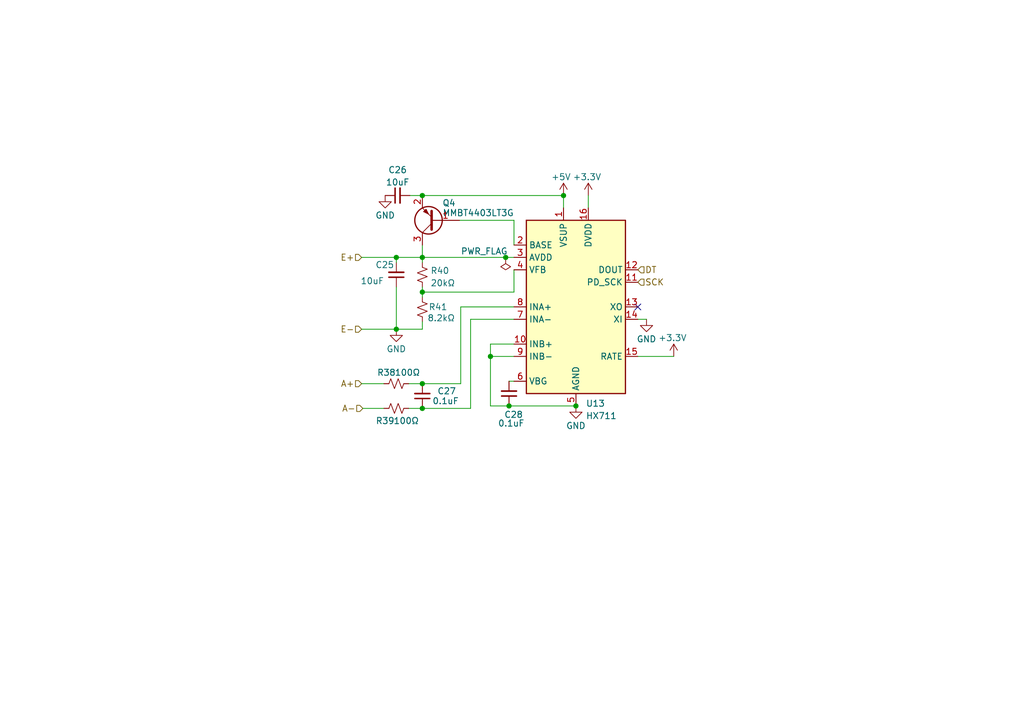
<source format=kicad_sch>
(kicad_sch (version 20230121) (generator eeschema)
  (paper "A5")
  (lib_symbols
    (symbol "Analog_ADC:HX711"
      (property "Reference" "U" (at 5.08 21.59 0))
      (property "Value" "HX711" (at 7.62 19.05 0))
      (symbol "HX711_0_1"
        (rectangle (start -10.16 17.78) (end 10.16 -17.78) (stroke (width 0.254)) (fill (type background)))
      )
      (symbol "HX711_1_1"
        (pin power_in line (at -2.54 20.32 270) (length 2.54) (name "VSUP") (number "1"))
        (pin input line (at -12.7 -7.62 0) (length 2.54) (name "INB+") (number "10"))
        (pin input line (at 12.7 5.08 180) (length 2.54) (name "PD_SCK") (number "11"))
        (pin output line (at 12.7 7.62 180) (length 2.54) (name "DOUT") (number "12"))
        (pin passive line (at 12.7 0 180) (length 2.54) (name "XO") (number "13"))
        (pin passive line (at 12.7 -2.54 180) (length 2.54) (name "XI") (number "14"))
        (pin input line (at 12.7 -10.16 180) (length 2.54) (name "RATE") (number "15"))
        (pin power_in line (at 2.54 20.32 270) (length 2.54) (name "DVDD") (number "16"))
        (pin passive line (at -12.7 12.7 0) (length 2.54) (name "BASE") (number "2"))
        (pin power_in line (at -12.7 10.16 0) (length 2.54) (name "AVDD") (number "3"))
        (pin input line (at -12.7 7.62 0) (length 2.54) (name "VFB") (number "4"))
        (pin power_in line (at 0 -20.32 90) (length 2.54) (name "AGND") (number "5"))
        (pin passive line (at -12.7 -15.24 0) (length 2.54) (name "VBG") (number "6"))
        (pin input line (at -12.7 -2.54 0) (length 2.54) (name "INA-") (number "7"))
        (pin input line (at -12.7 0 0) (length 2.54) (name "INA+") (number "8"))
        (pin input line (at -12.7 -10.16 0) (length 2.54) (name "INB-") (number "9"))
      )
    )
    (symbol "Device:C_Small" (pin_numbers hide) (pin_names (offset 0.254) hide)
      (property "Reference" "C" (at 0.254 1.778 0))
      (property "Value" "C_Small" (at 0.254 -2.032 0))
      (symbol "C_Small_0_1"
        (polyline (pts (xy -1.524 -0.508) (xy 1.524 -0.508)) (stroke (width 0.3302)))
        (polyline (pts (xy -1.524 0.508) (xy 1.524 0.508)) (stroke (width 0.3048)))
      )
      (symbol "C_Small_1_1"
        (pin passive line (at 0 2.54 270) (length 2.032) (name "~") (number "1"))
        (pin passive line (at 0 -2.54 90) (length 2.032) (name "~") (number "2"))
      )
    )
    (symbol "Device:R_Small_US" (pin_numbers hide) (pin_names (offset 0.254) hide)
      (property "Reference" "R" (at 0.762 0.508 0))
      (property "Value" "R_Small_US" (at 0.762 -1.016 0))
      (symbol "R_Small_US_1_1"
        (polyline (pts (xy 0 0) (xy 1.016 -0.381) (xy 0 -0.762) (xy -1.016 -1.143) (xy 0 -1.524)))
        (polyline (pts (xy 0 1.524) (xy 1.016 1.143) (xy 0 0.762) (xy -1.016 0.381) (xy 0 0)))
        (pin passive line (at 0 2.54 270) (length 1.016) (name "~") (number "1"))
        (pin passive line (at 0 -2.54 90) (length 1.016) (name "~") (number "2"))
      )
    )
    (symbol "Transistor_BJT:MMBT3906" (pin_names (offset 0) hide)
      (property "Reference" "Q" (at 5.08 1.905 0))
      (property "Value" "MMBT3906" (at 5.08 0 0))
      (symbol "MMBT3906_0_1"
        (polyline (pts (xy 0.635 0.635) (xy 2.54 2.54)))
        (polyline (pts (xy 0.635 -0.635) (xy 2.54 -2.54) (xy 2.54 -2.54)))
        (polyline (pts (xy 0.635 1.905) (xy 0.635 -1.905) (xy 0.635 -1.905)) (stroke (width 0.508)))
        (polyline (pts (xy 2.286 -1.778) (xy 1.778 -2.286) (xy 1.27 -1.27) (xy 2.286 -1.778) (xy 2.286 -1.778)) (fill (type outline)))
        (circle (center 1.27 0) (radius 2.8194) (stroke (width 0.254)))
      )
      (symbol "MMBT3906_1_1"
        (pin input line (at -5.08 0 0) (length 5.715) (name "B") (number "1"))
        (pin passive line (at 2.54 -5.08 90) (length 2.54) (name "E") (number "2"))
        (pin passive line (at 2.54 5.08 270) (length 2.54) (name "C") (number "3"))
      )
    )
    (symbol "power:+3.3V" (power) (pin_names (offset 0))
      (property "Value" "+3.3V" (at 0 3.556 0))
      (symbol "+3.3V_0_1"
        (polyline (pts (xy -0.762 1.27) (xy 0 2.54)))
        (polyline (pts (xy 0 0) (xy 0 2.54)))
        (polyline (pts (xy 0 2.54) (xy 0.762 1.27)))
      )
      (symbol "+3.3V_1_1"
        (pin power_in line (at 0 0 90) (length 0) hide (name "+3.3V") (number "1"))
      )
    )
    (symbol "power:+5V" (power) (pin_names (offset 0))
      (property "Value" "+5V" (at 0 3.556 0))
      (symbol "+5V_0_1"
        (polyline (pts (xy -0.762 1.27) (xy 0 2.54)))
        (polyline (pts (xy 0 0) (xy 0 2.54)))
        (polyline (pts (xy 0 2.54) (xy 0.762 1.27)))
      )
      (symbol "+5V_1_1"
        (pin power_in line (at 0 0 90) (length 0) hide (name "+5V") (number "1"))
      )
    )
    (symbol "power:GND" (power) (pin_names (offset 0))
      (property "Value" "GND" (at 0 -3.81 0))
      (symbol "GND_0_1"
        (polyline (pts (xy 0 0) (xy 0 -1.27) (xy 1.27 -1.27) (xy 0 -2.54) (xy -1.27 -1.27) (xy 0 -1.27)))
      )
      (symbol "GND_1_1"
        (pin power_in line (at 0 0 270) (length 0) hide (name "GND") (number "1"))
      )
    )
    (symbol "power:PWR_FLAG" (power) (pin_numbers hide) (pin_names (offset 0) hide)
      (property "Value" "PWR_FLAG" (at 0 3.81 0))
      (symbol "PWR_FLAG_0_0"
        (pin power_out line (at 0 0 90) (length 0) (name "pwr") (number "1"))
      )
      (symbol "PWR_FLAG_0_1"
        (polyline (pts (xy 0 0) (xy 0 1.27) (xy -1.016 1.905) (xy 0 2.54) (xy 1.016 1.905) (xy 0 1.27)))
      )
    )
  )
  (junction (at 86.614 52.832))
  (junction (at 115.57 40.132))
  (junction (at 86.614 59.944))
  (junction (at 100.584 73.152))
  (junction (at 86.614 83.82))
  (junction (at 103.7059 52.832))
  (junction (at 104.394 83.312))
  (junction (at 81.28 67.564))
  (junction (at 86.614 78.74))
  (junction (at 86.614 40.132))
  (junction (at 118.11 83.312))
  (junction (at 81.28 52.832))
  (no_connect (at 130.81 62.992))
  (wire (pts (xy 74.168 52.832) (xy 81.28 52.832)))
  (wire (pts (xy 84.074 40.132) (xy 86.614 40.132)))
  (wire (pts (xy 74.168 78.74) (xy 78.74 78.74)))
  (wire (pts (xy 86.614 67.564) (xy 81.28 67.564)))
  (wire (pts (xy 130.81 73.152) (xy 138.176 73.152)))
  (wire (pts (xy 105.41 45.212) (xy 105.41 50.292)))
  (wire (pts (xy 74.168 67.564) (xy 81.28 67.564)))
  (wire (pts (xy 86.614 59.944) (xy 105.41 59.944)))
  (wire (pts (xy 120.65 40.132) (xy 120.65 42.672)))
  (wire (pts (xy 104.394 78.232) (xy 105.41 78.232)))
  (wire (pts (xy 100.584 83.312) (xy 100.584 73.152)))
  (wire (pts (xy 86.614 59.944) (xy 86.614 60.96)))
  (wire (pts (xy 96.52 65.532) (xy 96.52 83.82)))
  (wire (pts (xy 83.82 78.74) (xy 86.614 78.74)))
  (wire (pts (xy 105.41 55.372) (xy 105.41 59.944)))
  (wire (pts (xy 86.614 40.132) (xy 115.57 40.132)))
  (wire (pts (xy 81.28 52.832) (xy 86.614 52.832)))
  (wire (pts (xy 105.41 70.612) (xy 100.584 70.612)))
  (wire (pts (xy 81.28 58.928) (xy 81.28 67.564)))
  (wire (pts (xy 103.7059 52.832) (xy 105.41 52.832)))
  (wire (pts (xy 130.81 65.532) (xy 132.588 65.532)))
  (wire (pts (xy 86.614 83.82) (xy 96.52 83.82)))
  (wire (pts (xy 81.28 52.832) (xy 81.28 53.848)))
  (wire (pts (xy 86.614 50.292) (xy 86.614 52.832)))
  (wire (pts (xy 94.488 62.992) (xy 105.41 62.992)))
  (wire (pts (xy 86.614 58.928) (xy 86.614 59.944)))
  (wire (pts (xy 100.584 70.612) (xy 100.584 73.152)))
  (wire (pts (xy 86.614 78.74) (xy 94.488 78.74)))
  (wire (pts (xy 94.234 45.212) (xy 105.41 45.212)))
  (wire (pts (xy 86.614 66.04) (xy 86.614 67.564)))
  (wire (pts (xy 86.614 52.832) (xy 103.7059 52.832)))
  (wire (pts (xy 86.614 53.848) (xy 86.614 52.832)))
  (wire (pts (xy 115.57 40.132) (xy 115.57 42.672)))
  (wire (pts (xy 100.584 73.152) (xy 105.41 73.152)))
  (wire (pts (xy 74.422 83.82) (xy 78.74 83.82)))
  (wire (pts (xy 96.52 65.532) (xy 105.41 65.532)))
  (wire (pts (xy 104.394 83.312) (xy 118.11 83.312)))
  (wire (pts (xy 94.488 62.992) (xy 94.488 78.74)))
  (wire (pts (xy 83.82 83.82) (xy 86.614 83.82)))
  (wire (pts (xy 100.584 83.312) (xy 104.394 83.312)))
  (hierarchical_label "A+" (shape input) (at 74.168 78.74 180))
  (hierarchical_label "SCK" (shape input) (at 130.81 57.912 0))
  (hierarchical_label "A-" (shape input) (at 74.422 83.82 180))
  (hierarchical_label "E-" (shape input) (at 74.168 67.564 180))
  (hierarchical_label "E+" (shape input) (at 74.168 52.832 180))
  (hierarchical_label "DT" (shape input) (at 130.81 55.372 0))
  (symbol (lib_id "Device:C_Small") (at 81.534 40.132 90) (unit 1)
    (property "Reference" "C?" (at 81.5403 34.8701 90))
    (property "Value" "10uF" (at 81.5403 37.407 90))
    (property "Footprint" "Capacitor_SMD:C_0603_1608Metric" (effects hide))
    (instances (project "Core-board" (path "" (reference "C26") (unit 1)) (path "" (reference "C34") (unit 1)) (path "" (reference "C22") (unit 1)) (path "" (reference "C14") (unit 1)) (path "" (reference "C18") (unit 1)) (path "" (reference "C30") (unit 1))))
  )
  (symbol (lib_id "power:+3.3V") (at 138.176 73.152 0) (unit 1)
    (property "Reference" "#PWR?" (effects hide))
    (property "Value" "+3.3V" (at 137.922 69.342 0))
    (instances (project "Core-board" (path "" (reference "#PWR060") (unit 1)) (path "" (reference "#PWR074") (unit 1)) (path "" (reference "#PWR053") (unit 1)) (path "" (reference "#PWR034") (unit 1)) (path "" (reference "#PWR045") (unit 1)) (path "" (reference "#PWR067") (unit 1))))
  )
  (symbol (lib_id "power:+3.3V") (at 120.65 40.132 0) (unit 1)
    (property "Reference" "#PWR?" (effects hide))
    (property "Value" "+3.3V" (at 120.396 36.322 0))
    (instances (project "Core-board" (path "" (reference "#PWR058") (unit 1)) (path "" (reference "#PWR072") (unit 1)) (path "" (reference "#PWR050") (unit 1)) (path "" (reference "#PWR032") (unit 1)) (path "" (reference "#PWR042") (unit 1)) (path "" (reference "#PWR065") (unit 1))))
  )
  (symbol (lib_id "power:GND") (at 81.28 67.564 0) (unit 1)
    (property "Reference" "#PWR?" (effects hide))
    (property "Value" "GND" (at 81.28 71.628 0))
    (instances (project "Core-board" (path "" (reference "#PWR055") (unit 1)) (path "" (reference "#PWR069") (unit 1)) (path "" (reference "#PWR047") (unit 1)) (path "" (reference "#PWR027") (unit 1)) (path "" (reference "#PWR038") (unit 1)) (path "" (reference "#PWR062") (unit 1))))
  )
  (symbol (lib_id "power:GND") (at 78.994 40.132 0) (unit 1)
    (property "Reference" "#PWR?" (effects hide))
    (property "Value" "GND" (at 78.994 44.196 0))
    (instances (project "Core-board" (path "" (reference "#PWR054") (unit 1)) (path "" (reference "#PWR068") (unit 1)) (path "" (reference "#PWR046") (unit 1)) (path "" (reference "#PWR026") (unit 1)) (path "" (reference "#PWR037") (unit 1)) (path "" (reference "#PWR061") (unit 1))))
  )
  (symbol (lib_id "power:+5V") (at 115.57 40.132 0) (unit 1)
    (property "Reference" "#PWR?" (effects hide))
    (property "Value" "+5V" (at 115.062 36.322 0))
    (instances (project "Core-board" (path "" (reference "#PWR056") (unit 1)) (path "" (reference "#PWR070") (unit 1)) (path "" (reference "#PWR048") (unit 1)) (path "" (reference "#PWR030") (unit 1)) (path "" (reference "#PWR039") (unit 1)) (path "" (reference "#PWR063") (unit 1))))
  )
  (symbol (lib_id "Analog_ADC:HX711") (at 118.11 62.992 0) (unit 1)
    (property "Reference" "U?" (at 120.1294 82.8024 0) (effects (justify left)))
    (property "Value" "HX711" (at 120.1294 85.3393 0) (effects (justify left)))
    (property "Footprint" "Package_SO:SOP-16_3.9x9.9mm_P1.27mm" (effects hide))
    (property "Datasheet" "https://cdn.sparkfun.com/datasheets/Sensors/ForceFlex/hx711_english.pdf" (effects hide))
    (instances (project "Core-board" (path "" (reference "U13") (unit 1)) (path "" (reference "U15") (unit 1)) (path "" (reference "U12") (unit 1)) (path "" (reference "U10") (unit 1)) (path "" (reference "U11") (unit 1)) (path "" (reference "U14") (unit 1))))
  )
  (symbol (lib_id "power:GND") (at 132.588 65.532 0) (unit 1)
    (property "Reference" "#PWR?" (effects hide))
    (property "Value" "GND" (at 132.588 69.596 0))
    (instances (project "Core-board" (path "" (reference "#PWR059") (unit 1)) (path "" (reference "#PWR073") (unit 1)) (path "" (reference "#PWR052") (unit 1)) (path "" (reference "#PWR033") (unit 1)) (path "" (reference "#PWR044") (unit 1)) (path "" (reference "#PWR066") (unit 1))))
  )
  (symbol (lib_id "Transistor_BJT:MMBT3906") (at 89.154 45.212 180) (unit 1)
    (property "Reference" "Q?" (at 93.472 41.656 0) (effects (justify left)))
    (property "Value" "MMBT4403LT3G" (at 105.41 43.688 0) (effects (justify left)))
    (property "Footprint" "Package_TO_SOT_SMD:SOT-23" (effects hide))
    (property "Datasheet" "https://www.onsemi.com/pub/Collateral/2N3906-D.PDF" (effects hide))
    (instances (project "Core-board" (path "" (reference "Q4") (unit 1)) (path "" (reference "Q6") (unit 1)) (path "" (reference "Q3") (unit 1)) (path "" (reference "Q1") (unit 1)) (path "" (reference "Q2") (unit 1)) (path "" (reference "Q5") (unit 1))))
  )
  (symbol (lib_id "Device:C_Small") (at 81.28 56.388 180) (unit 1)
    (property "Reference" "C?" (at 76.962 54.356 0) (effects (justify right)))
    (property "Value" "10uF" (at 73.914 57.658 0) (effects (justify right)))
    (property "Footprint" "Capacitor_SMD:C_0603_1608Metric" (effects hide))
    (instances (project "Core-board" (path "" (reference "C25") (unit 1)) (path "" (reference "C33") (unit 1)) (path "" (reference "C21") (unit 1)) (path "" (reference "C13") (unit 1)) (path "" (reference "C17") (unit 1)) (path "" (reference "C29") (unit 1))))
  )
  (symbol (lib_id "Device:R_Small_US") (at 86.614 63.5 180) (unit 1)
    (property "Reference" "R?" (at 87.884 62.992 0) (effects (justify right)))
    (property "Value" "8.2kΩ" (at 87.63 65.278 0) (effects (justify right)))
    (property "Footprint" "Resistor_SMD:R_0603_1608Metric" (effects hide))
    (instances (project "Core-board" (path "" (reference "R41") (unit 1)) (path "" (reference "R49") (unit 1)) (path "" (reference "R37") (unit 1)) (path "" (reference "R29") (unit 1)) (path "" (reference "R33") (unit 1)) (path "" (reference "R45") (unit 1))))
  )
  (symbol (lib_id "Device:C_Small") (at 104.394 80.772 180) (unit 1)
    (property "Reference" "C?" (at 103.378 85.09 0) (effects (justify right)))
    (property "Value" "0.1uF" (at 102.108 86.868 0) (effects (justify right)))
    (property "Footprint" "Capacitor_SMD:C_0603_1608Metric" (effects hide))
    (instances (project "Core-board" (path "" (reference "C28") (unit 1)) (path "" (reference "C36") (unit 1)) (path "" (reference "C24") (unit 1)) (path "" (reference "C16") (unit 1)) (path "" (reference "C20") (unit 1)) (path "" (reference "C32") (unit 1))))
  )
  (symbol (lib_id "Device:C_Small") (at 86.614 81.28 180) (unit 1)
    (property "Reference" "C?" (at 89.662 80.264 0) (effects (justify right)))
    (property "Value" "0.1uF" (at 88.646 82.296 0) (effects (justify right)))
    (property "Footprint" "Capacitor_SMD:C_0603_1608Metric" (effects hide))
    (instances (project "Core-board" (path "" (reference "C27") (unit 1)) (path "" (reference "C35") (unit 1)) (path "" (reference "C23") (unit 1)) (path "" (reference "C15") (unit 1)) (path "" (reference "C19") (unit 1)) (path "" (reference "C31") (unit 1))))
  )
  (symbol (lib_id "power:GND") (at 118.11 83.312 0) (unit 1)
    (property "Reference" "#PWR?" (effects hide))
    (property "Value" "GND" (at 118.11 87.376 0))
    (instances (project "Core-board" (path "" (reference "#PWR057") (unit 1)) (path "" (reference "#PWR071") (unit 1)) (path "" (reference "#PWR049") (unit 1)) (path "" (reference "#PWR031") (unit 1)) (path "" (reference "#PWR041") (unit 1)) (path "" (reference "#PWR064") (unit 1))))
  )
  (symbol (lib_id "Device:R_Small_US") (at 81.28 83.82 270) (unit 1)
    (property "Reference" "R?" (at 78.994 86.36 90))
    (property "Value" "100Ω" (at 83.312 86.36 90))
    (property "Footprint" "Resistor_SMD:R_0603_1608Metric" (effects hide))
    (instances (project "Core-board" (path "" (reference "R39") (unit 1)) (path "" (reference "R47") (unit 1)) (path "" (reference "R35") (unit 1)) (path "" (reference "R27") (unit 1)) (path "" (reference "R31") (unit 1)) (path "" (reference "R43") (unit 1))))
  )
  (symbol (lib_id "Device:R_Small_US") (at 86.614 56.388 180) (unit 1)
    (property "Reference" "R?" (at 88.265 55.5533 0) (effects (justify right)))
    (property "Value" "20kΩ" (at 88.265 58.0902 0) (effects (justify right)))
    (property "Footprint" "Resistor_SMD:R_0603_1608Metric" (effects hide))
    (instances (project "Core-board" (path "" (reference "R40") (unit 1)) (path "" (reference "R48") (unit 1)) (path "" (reference "R36") (unit 1)) (path "" (reference "R28") (unit 1)) (path "" (reference "R32") (unit 1)) (path "" (reference "R44") (unit 1))))
  )
  (symbol (lib_id "Device:R_Small_US") (at 81.28 78.74 270) (unit 1)
    (property "Reference" "R?" (at 79.248 76.454 90))
    (property "Value" "100Ω" (at 83.566 76.454 90))
    (property "Footprint" "Resistor_SMD:R_0603_1608Metric" (effects hide))
    (instances (project "Core-board" (path "" (reference "R38") (unit 1)) (path "" (reference "R46") (unit 1)) (path "" (reference "R34") (unit 1)) (path "" (reference "R26") (unit 1)) (path "" (reference "R30") (unit 1)) (path "" (reference "R42") (unit 1))))
  )
  (symbol (lib_id "power:PWR_FLAG") (at 103.7059 52.832 180) (unit 1)
    (property "Reference" "#FLG?" (effects hide))
    (property "Value" "PWR_FLAG" (at 99.314 51.562 0))
    (instances (project "Core-board" (path "" (reference "#FLG05") (unit 1)) (path "" (reference "#FLG07") (unit 1)) (path "" (reference "#FLG04") (unit 1)) (path "" (reference "#FLG01") (unit 1)) (path "" (reference "#FLG03") (unit 1)) (path "" (reference "#FLG06") (unit 1))))
  )
)
</source>
